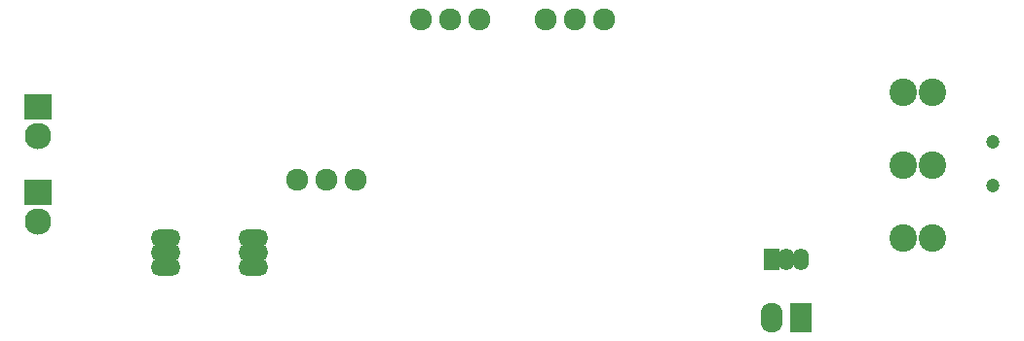
<source format=gbr>
%TF.GenerationSoftware,KiCad,Pcbnew,0.201511041201+6297~30~ubuntu15.04.1-product*%
%TF.CreationDate,2015-11-12T00:10:28+01:00*%
%TF.ProjectId,transmitter,7472616E736D69747465722E6B696361,rev?*%
%TF.FileFunction,Soldermask,Top*%
%FSLAX46Y46*%
G04 Gerber Fmt 4.6, Leading zero omitted, Abs format (unit mm)*
G04 Created by KiCad (PCBNEW 0.201511041201+6297~30~ubuntu15.04.1-product) date czw, 12 lis 2015, 00:10:28*
%MOMM*%
G01*
G04 APERTURE LIST*
%ADD10C,0.100000*%
%ADD11C,1.197560*%
%ADD12C,2.398980*%
%ADD13R,2.400000X2.300000*%
%ADD14C,2.300000*%
%ADD15R,1.349960X1.898600*%
%ADD16O,1.349960X1.898600*%
%ADD17O,2.600000X1.500000*%
%ADD18C,1.924000*%
%ADD19R,1.924000X2.599640*%
%ADD20O,1.924000X2.599640*%
G04 APERTURE END LIST*
D10*
D11*
X138569700Y-104640380D03*
X138567160Y-100843080D03*
D12*
X130810000Y-109220000D03*
X133350000Y-109220000D03*
X130810000Y-102870000D03*
X133350000Y-102870000D03*
X130810000Y-96520000D03*
X133350000Y-96520000D03*
D13*
X55626000Y-105268000D03*
D14*
X55626000Y-107808000D03*
D15*
X119400320Y-111125000D03*
D16*
X120650000Y-111125000D03*
X121899680Y-111125000D03*
D17*
X66675000Y-109220000D03*
X66675000Y-110490000D03*
X66675000Y-111760000D03*
X74295000Y-111760000D03*
X74295000Y-110490000D03*
X74295000Y-109220000D03*
D18*
X102235000Y-90170000D03*
X99695000Y-90170000D03*
X104775000Y-90170000D03*
X91440000Y-90170000D03*
X88900000Y-90170000D03*
X93980000Y-90170000D03*
X80645000Y-104140000D03*
X83185000Y-104140000D03*
X78105000Y-104140000D03*
D19*
X121920000Y-116205000D03*
D20*
X119380000Y-116205000D03*
D13*
X55626000Y-97805000D03*
D14*
X55626000Y-100345000D03*
M02*

</source>
